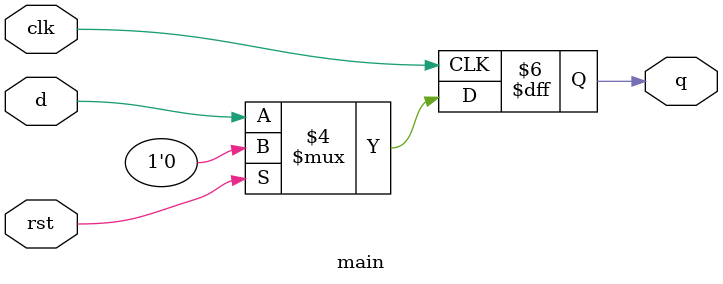
<source format=v>
module main
(
    input wire d,clk,rst,
    output reg q
);
    always @ (posedge clk)
        begin
            if (rst == 1'b1)
                q <= 0;
            else
                q <= d;
        end
endmodule
</source>
